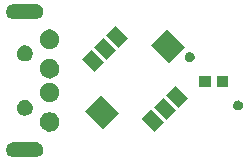
<source format=gbr>
G04 #@! TF.FileFunction,Soldermask,Bot*
%FSLAX46Y46*%
G04 Gerber Fmt 4.6, Leading zero omitted, Abs format (unit mm)*
G04 Created by KiCad (PCBNEW 0.201510311201+6287~30~ubuntu14.04.1-product) date sáb 11 jun 2016 22:07:05 CEST*
%MOMM*%
G01*
G04 APERTURE LIST*
%ADD10C,0.020000*%
G04 APERTURE END LIST*
D10*
G36*
X141831290Y-187582032D02*
X141831296Y-187582033D01*
X141835347Y-187582061D01*
X141956566Y-187595658D01*
X142072835Y-187632540D01*
X142179725Y-187691304D01*
X142273166Y-187769710D01*
X142349599Y-187864773D01*
X142406111Y-187972871D01*
X142440551Y-188089887D01*
X142440557Y-188089953D01*
X142440564Y-188089977D01*
X142451610Y-188211358D01*
X142438870Y-188332577D01*
X142438864Y-188332596D01*
X142438856Y-188332674D01*
X142402785Y-188449197D01*
X142344769Y-188556496D01*
X142267017Y-188650482D01*
X142172491Y-188727576D01*
X142064790Y-188784841D01*
X141948017Y-188820097D01*
X141826621Y-188832000D01*
X139911311Y-188832000D01*
X139906710Y-188831968D01*
X139906704Y-188831967D01*
X139902653Y-188831939D01*
X139781434Y-188818342D01*
X139665165Y-188781460D01*
X139558275Y-188722696D01*
X139464834Y-188644290D01*
X139388401Y-188549227D01*
X139331889Y-188441129D01*
X139297449Y-188324113D01*
X139297443Y-188324047D01*
X139297436Y-188324023D01*
X139286390Y-188202642D01*
X139299130Y-188081423D01*
X139299136Y-188081404D01*
X139299144Y-188081326D01*
X139335215Y-187964803D01*
X139393231Y-187857504D01*
X139470983Y-187763518D01*
X139565509Y-187686424D01*
X139673210Y-187629159D01*
X139789983Y-187593903D01*
X139911379Y-187582000D01*
X141826689Y-187582000D01*
X141831290Y-187582032D01*
X141831290Y-187582032D01*
G37*
G36*
X143055653Y-185032546D02*
X143214144Y-185065079D01*
X143363290Y-185127774D01*
X143497424Y-185218248D01*
X143611424Y-185333047D01*
X143700960Y-185467809D01*
X143762615Y-185617397D01*
X143793903Y-185775412D01*
X143793903Y-185775432D01*
X143794036Y-185776105D01*
X143791455Y-185960900D01*
X143791304Y-185961563D01*
X143791304Y-185961587D01*
X143755614Y-186118671D01*
X143689809Y-186266475D01*
X143596545Y-186398685D01*
X143479383Y-186510256D01*
X143342772Y-186596952D01*
X143191938Y-186655457D01*
X143032597Y-186683554D01*
X142870843Y-186680165D01*
X142712826Y-186645422D01*
X142564566Y-186580649D01*
X142431712Y-186488314D01*
X142319322Y-186371930D01*
X142231678Y-186235933D01*
X142172116Y-186085499D01*
X142142911Y-185926369D01*
X142145170Y-185764595D01*
X142178809Y-185606332D01*
X142242543Y-185457631D01*
X142333954Y-185324129D01*
X142449548Y-185210931D01*
X142584929Y-185122340D01*
X142734935Y-185061733D01*
X142893865Y-185031415D01*
X143055653Y-185032546D01*
X143055653Y-185032546D01*
G37*
G36*
X152657196Y-185859278D02*
X151844024Y-186672450D01*
X150783364Y-185611790D01*
X151596536Y-184798618D01*
X152657196Y-185859278D01*
X152657196Y-185859278D01*
G37*
G36*
X148856497Y-185063783D02*
X147477639Y-186442641D01*
X145957359Y-184922361D01*
X147336217Y-183543503D01*
X148856497Y-185063783D01*
X148856497Y-185063783D01*
G37*
G36*
X153664823Y-184851651D02*
X152851651Y-185664823D01*
X151790991Y-184604163D01*
X152604163Y-183790991D01*
X153664823Y-184851651D01*
X153664823Y-184851651D01*
G37*
G36*
X140939899Y-183982446D02*
X141069573Y-184009064D01*
X141191601Y-184060360D01*
X141301345Y-184134383D01*
X141394624Y-184228315D01*
X141467877Y-184338571D01*
X141518321Y-184460955D01*
X141543896Y-184590123D01*
X141543896Y-184590140D01*
X141544029Y-184590813D01*
X141541918Y-184742009D01*
X141541766Y-184742677D01*
X141541766Y-184742696D01*
X141512594Y-184871098D01*
X141458754Y-184992023D01*
X141382446Y-185100197D01*
X141286586Y-185191483D01*
X141174815Y-185262416D01*
X141051402Y-185310284D01*
X140921035Y-185333272D01*
X140788690Y-185330499D01*
X140659402Y-185302073D01*
X140538102Y-185249079D01*
X140429399Y-185173528D01*
X140337445Y-185078307D01*
X140265736Y-184967036D01*
X140217003Y-184843954D01*
X140193108Y-184713756D01*
X140194956Y-184581397D01*
X140222479Y-184451912D01*
X140274628Y-184330238D01*
X140349415Y-184221015D01*
X140443993Y-184128398D01*
X140554758Y-184055915D01*
X140677494Y-184006326D01*
X140807526Y-183981521D01*
X140939899Y-183982446D01*
X140939899Y-183982446D01*
G37*
G36*
X158974641Y-184035280D02*
X159056288Y-184052039D01*
X159133120Y-184084336D01*
X159202220Y-184130945D01*
X159260947Y-184190084D01*
X159307070Y-184259505D01*
X159338833Y-184336566D01*
X159354885Y-184417637D01*
X159354885Y-184417654D01*
X159355018Y-184418327D01*
X159353689Y-184513524D01*
X159353537Y-184514192D01*
X159353537Y-184514211D01*
X159335228Y-184594798D01*
X159301325Y-184670944D01*
X159253281Y-184739052D01*
X159192926Y-184796527D01*
X159122548Y-184841191D01*
X159044848Y-184871328D01*
X158962763Y-184885802D01*
X158879434Y-184884056D01*
X158798031Y-184866158D01*
X158721655Y-184832790D01*
X158653215Y-184785224D01*
X158595316Y-184725268D01*
X158550165Y-184655207D01*
X158519483Y-184577713D01*
X158504437Y-184495735D01*
X158505601Y-184412399D01*
X158522930Y-184330871D01*
X158555765Y-184254260D01*
X158602852Y-184185492D01*
X158662402Y-184127176D01*
X158732144Y-184081538D01*
X158809423Y-184050316D01*
X158891295Y-184034697D01*
X158974641Y-184035280D01*
X158974641Y-184035280D01*
G37*
G36*
X154672450Y-183844024D02*
X153859278Y-184657196D01*
X152798618Y-183596536D01*
X153611790Y-182783364D01*
X154672450Y-183844024D01*
X154672450Y-183844024D01*
G37*
G36*
X143055653Y-182532546D02*
X143214144Y-182565079D01*
X143363290Y-182627774D01*
X143497424Y-182718248D01*
X143611424Y-182833047D01*
X143700960Y-182967809D01*
X143762615Y-183117397D01*
X143793903Y-183275412D01*
X143793903Y-183275432D01*
X143794036Y-183276105D01*
X143791455Y-183460900D01*
X143791304Y-183461563D01*
X143791304Y-183461587D01*
X143755614Y-183618671D01*
X143689809Y-183766475D01*
X143596545Y-183898685D01*
X143479383Y-184010256D01*
X143342772Y-184096952D01*
X143191938Y-184155457D01*
X143032597Y-184183554D01*
X142870843Y-184180165D01*
X142712826Y-184145422D01*
X142564566Y-184080649D01*
X142431712Y-183988314D01*
X142319322Y-183871930D01*
X142231678Y-183735933D01*
X142172116Y-183585499D01*
X142142911Y-183426369D01*
X142145170Y-183264595D01*
X142178809Y-183106332D01*
X142242543Y-182957631D01*
X142333954Y-182824129D01*
X142449548Y-182710931D01*
X142584929Y-182622340D01*
X142734935Y-182561733D01*
X142893865Y-182531415D01*
X143055653Y-182532546D01*
X143055653Y-182532546D01*
G37*
G36*
X156604480Y-182883780D02*
X155656920Y-182883780D01*
X155656920Y-181936220D01*
X156604480Y-181936220D01*
X156604480Y-182883780D01*
X156604480Y-182883780D01*
G37*
G36*
X158103080Y-182883780D02*
X157155520Y-182883780D01*
X157155520Y-181936220D01*
X158103080Y-181936220D01*
X158103080Y-182883780D01*
X158103080Y-182883780D01*
G37*
G36*
X143055653Y-180532546D02*
X143214144Y-180565079D01*
X143363290Y-180627774D01*
X143497424Y-180718248D01*
X143611424Y-180833047D01*
X143700960Y-180967809D01*
X143762615Y-181117397D01*
X143793903Y-181275412D01*
X143793903Y-181275432D01*
X143794036Y-181276105D01*
X143791455Y-181460900D01*
X143791304Y-181461563D01*
X143791304Y-181461587D01*
X143755614Y-181618671D01*
X143689809Y-181766475D01*
X143596545Y-181898685D01*
X143479383Y-182010256D01*
X143342772Y-182096952D01*
X143191938Y-182155457D01*
X143032597Y-182183554D01*
X142870843Y-182180165D01*
X142712826Y-182145422D01*
X142564566Y-182080649D01*
X142431712Y-181988314D01*
X142319322Y-181871930D01*
X142231678Y-181735933D01*
X142172116Y-181585499D01*
X142142911Y-181426369D01*
X142145170Y-181264595D01*
X142178809Y-181106332D01*
X142242543Y-180957631D01*
X142333954Y-180824129D01*
X142449548Y-180710931D01*
X142584929Y-180622340D01*
X142734935Y-180561733D01*
X142893865Y-180531415D01*
X143055653Y-180532546D01*
X143055653Y-180532546D01*
G37*
G36*
X147601382Y-180803464D02*
X146788210Y-181616636D01*
X145727550Y-180555976D01*
X146540722Y-179742804D01*
X147601382Y-180803464D01*
X147601382Y-180803464D01*
G37*
G36*
X154442641Y-179477639D02*
X153063783Y-180856497D01*
X151543503Y-179336217D01*
X152922361Y-177957359D01*
X154442641Y-179477639D01*
X154442641Y-179477639D01*
G37*
G36*
X154874641Y-179935280D02*
X154956288Y-179952039D01*
X155033120Y-179984336D01*
X155102220Y-180030945D01*
X155160947Y-180090084D01*
X155207070Y-180159505D01*
X155238833Y-180236566D01*
X155254885Y-180317637D01*
X155254885Y-180317654D01*
X155255018Y-180318327D01*
X155253689Y-180413524D01*
X155253537Y-180414192D01*
X155253537Y-180414211D01*
X155235228Y-180494798D01*
X155201325Y-180570944D01*
X155153281Y-180639052D01*
X155092926Y-180696527D01*
X155022548Y-180741191D01*
X154944848Y-180771328D01*
X154862763Y-180785802D01*
X154779434Y-180784056D01*
X154698031Y-180766158D01*
X154621655Y-180732790D01*
X154553215Y-180685224D01*
X154495316Y-180625268D01*
X154450165Y-180555207D01*
X154419483Y-180477713D01*
X154404437Y-180395735D01*
X154405601Y-180312399D01*
X154422930Y-180230871D01*
X154455765Y-180154260D01*
X154502852Y-180085492D01*
X154562402Y-180027176D01*
X154632144Y-179981538D01*
X154709423Y-179950316D01*
X154791295Y-179934697D01*
X154874641Y-179935280D01*
X154874641Y-179935280D01*
G37*
G36*
X140939899Y-179382446D02*
X141069573Y-179409064D01*
X141191601Y-179460360D01*
X141301345Y-179534383D01*
X141394624Y-179628315D01*
X141467877Y-179738571D01*
X141518321Y-179860955D01*
X141543896Y-179990123D01*
X141543896Y-179990140D01*
X141544029Y-179990813D01*
X141541918Y-180142009D01*
X141541766Y-180142677D01*
X141541766Y-180142696D01*
X141512594Y-180271098D01*
X141458754Y-180392023D01*
X141382446Y-180500197D01*
X141286586Y-180591483D01*
X141174815Y-180662416D01*
X141051402Y-180710284D01*
X140921035Y-180733272D01*
X140788690Y-180730499D01*
X140659402Y-180702073D01*
X140538102Y-180649079D01*
X140429399Y-180573528D01*
X140337445Y-180478307D01*
X140265736Y-180367036D01*
X140217003Y-180243954D01*
X140193108Y-180113756D01*
X140194956Y-179981397D01*
X140222479Y-179851912D01*
X140274628Y-179730238D01*
X140349415Y-179621015D01*
X140443993Y-179528398D01*
X140554758Y-179455915D01*
X140677494Y-179406326D01*
X140807526Y-179381521D01*
X140939899Y-179382446D01*
X140939899Y-179382446D01*
G37*
G36*
X148609009Y-179795837D02*
X147795837Y-180609009D01*
X146735177Y-179548349D01*
X147548349Y-178735177D01*
X148609009Y-179795837D01*
X148609009Y-179795837D01*
G37*
G36*
X143055653Y-178032546D02*
X143214144Y-178065079D01*
X143363290Y-178127774D01*
X143497424Y-178218248D01*
X143611424Y-178333047D01*
X143700960Y-178467809D01*
X143762615Y-178617397D01*
X143793903Y-178775412D01*
X143793903Y-178775432D01*
X143794036Y-178776105D01*
X143791455Y-178960900D01*
X143791304Y-178961563D01*
X143791304Y-178961587D01*
X143755614Y-179118671D01*
X143689809Y-179266475D01*
X143596545Y-179398685D01*
X143479383Y-179510256D01*
X143342772Y-179596952D01*
X143191938Y-179655457D01*
X143032597Y-179683554D01*
X142870843Y-179680165D01*
X142712826Y-179645422D01*
X142564566Y-179580649D01*
X142431712Y-179488314D01*
X142319322Y-179371930D01*
X142231678Y-179235933D01*
X142172116Y-179085499D01*
X142142911Y-178926369D01*
X142145170Y-178764595D01*
X142178809Y-178606332D01*
X142242543Y-178457631D01*
X142333954Y-178324129D01*
X142449548Y-178210931D01*
X142584929Y-178122340D01*
X142734935Y-178061733D01*
X142893865Y-178031415D01*
X143055653Y-178032546D01*
X143055653Y-178032546D01*
G37*
G36*
X149616636Y-178788210D02*
X148803464Y-179601382D01*
X147742804Y-178540722D01*
X148555976Y-177727550D01*
X149616636Y-178788210D01*
X149616636Y-178788210D01*
G37*
G36*
X141831290Y-175882032D02*
X141831296Y-175882033D01*
X141835347Y-175882061D01*
X141956566Y-175895658D01*
X142072835Y-175932540D01*
X142179725Y-175991304D01*
X142273166Y-176069710D01*
X142349599Y-176164773D01*
X142406111Y-176272871D01*
X142440551Y-176389887D01*
X142440557Y-176389953D01*
X142440564Y-176389977D01*
X142451610Y-176511358D01*
X142438870Y-176632577D01*
X142438864Y-176632596D01*
X142438856Y-176632674D01*
X142402785Y-176749197D01*
X142344769Y-176856496D01*
X142267017Y-176950482D01*
X142172491Y-177027576D01*
X142064790Y-177084841D01*
X141948017Y-177120097D01*
X141826621Y-177132000D01*
X139911311Y-177132000D01*
X139906710Y-177131968D01*
X139906704Y-177131967D01*
X139902653Y-177131939D01*
X139781434Y-177118342D01*
X139665165Y-177081460D01*
X139558275Y-177022696D01*
X139464834Y-176944290D01*
X139388401Y-176849227D01*
X139331889Y-176741129D01*
X139297449Y-176624113D01*
X139297443Y-176624047D01*
X139297436Y-176624023D01*
X139286390Y-176502642D01*
X139299130Y-176381423D01*
X139299136Y-176381404D01*
X139299144Y-176381326D01*
X139335215Y-176264803D01*
X139393231Y-176157504D01*
X139470983Y-176063518D01*
X139565509Y-175986424D01*
X139673210Y-175929159D01*
X139789983Y-175893903D01*
X139911379Y-175882000D01*
X141826689Y-175882000D01*
X141831290Y-175882032D01*
X141831290Y-175882032D01*
G37*
M02*

</source>
